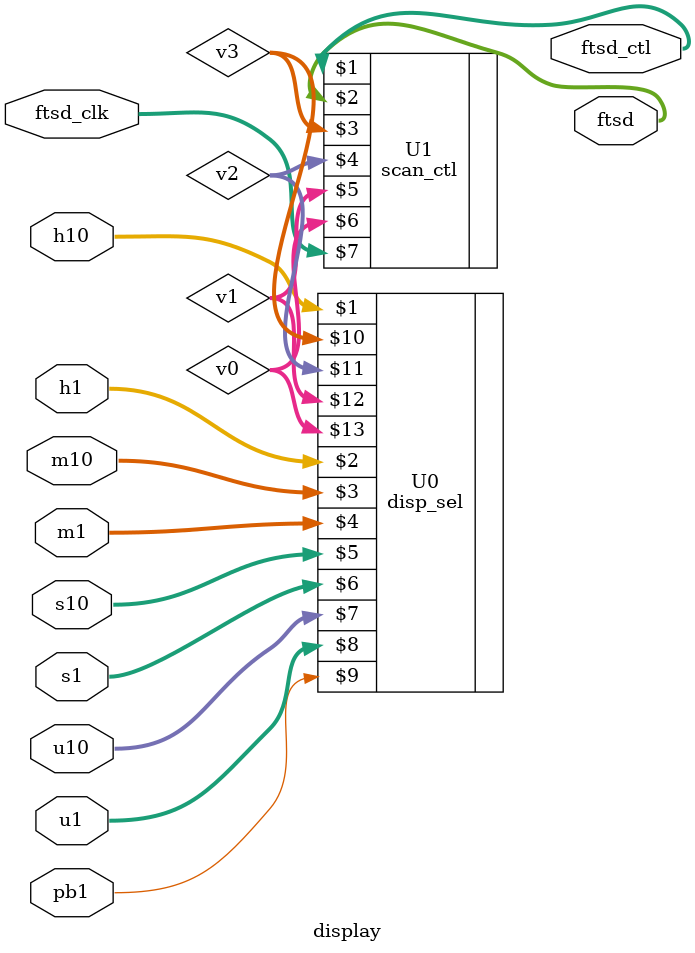
<source format=v>
`timescale 1ns / 1ps
module display(
	 input [3:0] h10,
	 input [3:0] h1,
	 input [3:0] m10,
	 input [3:0] m1,
	 input [3:0] s10,
	 input [3:0] s1,
	 input [3:0] u10,
	 input [3:0] u1,
	 input [1:0] ftsd_clk,
	 input pb1,
	 output [3:0]	ftsd_ctl,
	 output [14:0] ftsd
    );
	 
	 wire [3:0]	v3,v2,v1,v0;
	 
	 disp_sel U0(h10,h1,m10,m1,s10,s1,u10,u1,pb1,v3,v2,v1,v0);
	 scan_ctl U1(ftsd_ctl,ftsd,v3,v2,v1,v0,ftsd_clk);		
	
endmodule

</source>
